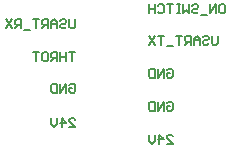
<source format=gbo>
G04*
G04 #@! TF.GenerationSoftware,Altium Limited,Altium Designer,19.1.7 (138)*
G04*
G04 Layer_Color=32896*
%FSLAX25Y25*%
%MOIN*%
G70*
G01*
G75*
%ADD12C,0.00600*%
D12*
X406501Y522999D02*
X407000Y523499D01*
X408000D01*
X408500Y522999D01*
Y521000D01*
X408000Y520500D01*
X407000D01*
X406501Y521000D01*
Y522000D01*
X407500D01*
X405501Y520500D02*
Y523499D01*
X403502Y520500D01*
Y523499D01*
X402502D02*
Y520500D01*
X401002D01*
X400503Y521000D01*
Y522999D01*
X401002Y523499D01*
X402502D01*
X439001Y516999D02*
X439501Y517499D01*
X440500D01*
X441000Y516999D01*
Y515000D01*
X440500Y514500D01*
X439501D01*
X439001Y515000D01*
Y516000D01*
X440000D01*
X438001Y514500D02*
Y517499D01*
X436002Y514500D01*
Y517499D01*
X435002D02*
Y514500D01*
X433502D01*
X433003Y515000D01*
Y516999D01*
X433502Y517499D01*
X435002D01*
X439006Y503500D02*
X441006D01*
X439006Y505499D01*
Y505999D01*
X439506Y506499D01*
X440506D01*
X441006Y505999D01*
X436507Y503500D02*
Y506499D01*
X438007Y504999D01*
X436007D01*
X435008Y506499D02*
Y504500D01*
X434008Y503500D01*
X433008Y504500D01*
Y506499D01*
X406501Y509000D02*
X408500D01*
X406501Y510999D01*
Y511499D01*
X407000Y511999D01*
X408000D01*
X408500Y511499D01*
X404002Y509000D02*
Y511999D01*
X405501Y510499D01*
X403502D01*
X402502Y511999D02*
Y510000D01*
X401502Y509000D01*
X400503Y510000D01*
Y511999D01*
X439001Y527999D02*
X439501Y528499D01*
X440500D01*
X441000Y527999D01*
Y526000D01*
X440500Y525500D01*
X439501D01*
X439001Y526000D01*
Y527000D01*
X440000D01*
X438001Y525500D02*
Y528499D01*
X436002Y525500D01*
Y528499D01*
X435002D02*
Y525500D01*
X433502D01*
X433003Y526000D01*
Y527999D01*
X433502Y528499D01*
X435002D01*
X408500Y533999D02*
X406501D01*
X407500D01*
Y531000D01*
X405501Y533999D02*
Y531000D01*
Y532500D01*
X403502D01*
Y533999D01*
Y531000D01*
X402502D02*
Y533999D01*
X401002D01*
X400503Y533499D01*
Y532500D01*
X401002Y532000D01*
X402502D01*
X401502D02*
X400503Y531000D01*
X398003Y533999D02*
X399003D01*
X399503Y533499D01*
Y531500D01*
X399003Y531000D01*
X398003D01*
X397504Y531500D01*
Y533499D01*
X398003Y533999D01*
X396504D02*
X394504D01*
X395504D01*
Y531000D01*
X456001Y539499D02*
Y537000D01*
X455501Y536500D01*
X454501D01*
X454002Y537000D01*
Y539499D01*
X451002Y538999D02*
X451502Y539499D01*
X452502D01*
X453002Y538999D01*
Y538499D01*
X452502Y537999D01*
X451502D01*
X451002Y537500D01*
Y537000D01*
X451502Y536500D01*
X452502D01*
X453002Y537000D01*
X450003Y536500D02*
Y538499D01*
X449003Y539499D01*
X448003Y538499D01*
Y536500D01*
Y537999D01*
X450003D01*
X447004Y536500D02*
Y539499D01*
X445504D01*
X445004Y538999D01*
Y537999D01*
X445504Y537500D01*
X447004D01*
X446004D02*
X445004Y536500D01*
X444005Y539499D02*
X442005D01*
X443005D01*
Y536500D01*
X441006Y536000D02*
X439006D01*
X438007Y539499D02*
X436007D01*
X437007D01*
Y536500D01*
X435008Y539499D02*
X433008Y536500D01*
Y539499D02*
X435008Y536500D01*
X408500Y544999D02*
Y542500D01*
X408000Y542000D01*
X407000D01*
X406501Y542500D01*
Y544999D01*
X403502Y544499D02*
X404002Y544999D01*
X405001D01*
X405501Y544499D01*
Y543999D01*
X405001Y543500D01*
X404002D01*
X403502Y543000D01*
Y542500D01*
X404002Y542000D01*
X405001D01*
X405501Y542500D01*
X402502Y542000D02*
Y543999D01*
X401502Y544999D01*
X400503Y543999D01*
Y542000D01*
Y543500D01*
X402502D01*
X399503Y542000D02*
Y544999D01*
X398003D01*
X397504Y544499D01*
Y543500D01*
X398003Y543000D01*
X399503D01*
X398503D02*
X397504Y542000D01*
X396504Y544999D02*
X394504D01*
X395504D01*
Y542000D01*
X393505Y541500D02*
X391506D01*
X390506Y542000D02*
Y544999D01*
X389006D01*
X388507Y544499D01*
Y543500D01*
X389006Y543000D01*
X390506D01*
X389506D02*
X388507Y542000D01*
X387507Y544999D02*
X385507Y542000D01*
Y544999D02*
X387507Y542000D01*
X457000Y549999D02*
X458000D01*
X458500Y549499D01*
Y547500D01*
X458000Y547000D01*
X457000D01*
X456501Y547500D01*
Y549499D01*
X457000Y549999D01*
X455501Y547000D02*
Y549999D01*
X453502Y547000D01*
Y549999D01*
X452502Y546500D02*
X450503D01*
X447504Y549499D02*
X448003Y549999D01*
X449003D01*
X449503Y549499D01*
Y548999D01*
X449003Y548499D01*
X448003D01*
X447504Y548000D01*
Y547500D01*
X448003Y547000D01*
X449003D01*
X449503Y547500D01*
X446504Y549999D02*
Y547000D01*
X445504Y548000D01*
X444504Y547000D01*
Y549999D01*
X443505D02*
X442505D01*
X443005D01*
Y547000D01*
X443505D01*
X442505D01*
X441006Y549999D02*
X439006D01*
X440006D01*
Y547000D01*
X436007Y549499D02*
X436507Y549999D01*
X437507D01*
X438007Y549499D01*
Y547500D01*
X437507Y547000D01*
X436507D01*
X436007Y547500D01*
X435008Y549999D02*
Y547000D01*
Y548499D01*
X433008D01*
Y549999D01*
Y547000D01*
M02*

</source>
